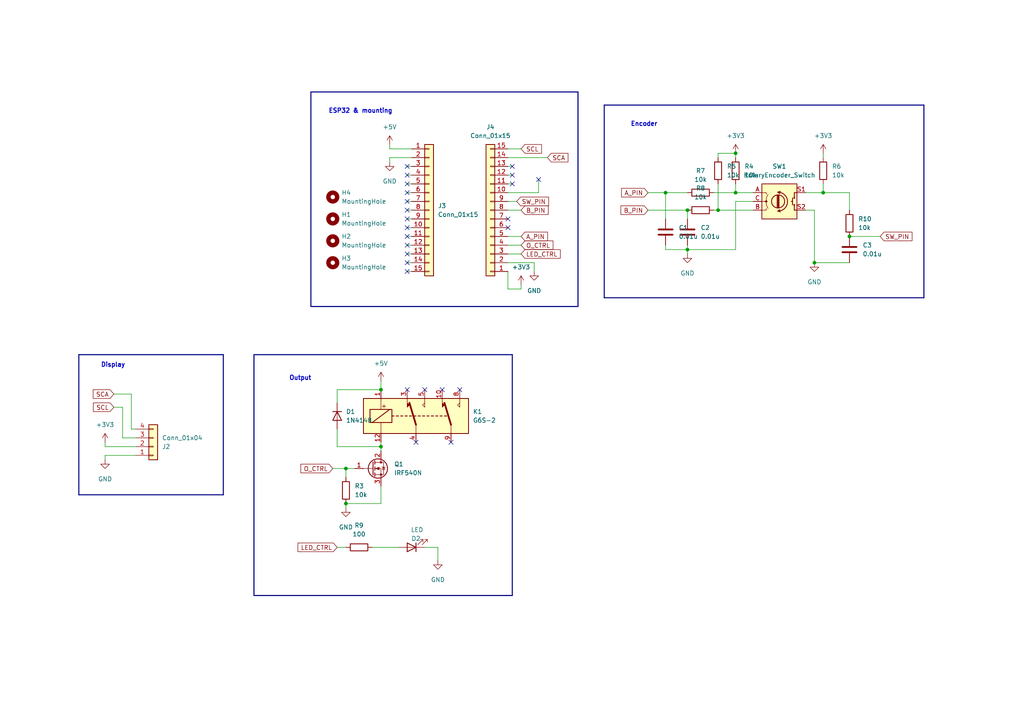
<source format=kicad_sch>
(kicad_sch (version 20211123) (generator eeschema)
  (paper "A4")
  (lib_symbols
    (symbol "Connector_Generic:Conn_01x04" (pin_names (offset 1.016) hide)
      (property "Reference" "J" (at 0 5.08 0))
      (property "Value" "Conn_01x04" (at 0 -7.62 0))
      (symbol "Conn_01x04_1_1"
        (rectangle (start -1.27 -4.953) (end 0 -5.207) (stroke (width 0.1524)))
        (rectangle (start -1.27 -2.413) (end 0 -2.667) (stroke (width 0.1524)))
        (rectangle (start -1.27 0.127) (end 0 -0.127) (stroke (width 0.1524)))
        (rectangle (start -1.27 2.667) (end 0 2.413) (stroke (width 0.1524)))
        (rectangle (start -1.27 3.81) (end 1.27 -6.35) (stroke (width 0.254)) (fill (type background)))
        (pin passive line (at -5.08 2.54 0) (length 3.81) (name "Pin_1") (number "1"))
        (pin passive line (at -5.08 0 0) (length 3.81) (name "Pin_2") (number "2"))
        (pin passive line (at -5.08 -2.54 0) (length 3.81) (name "Pin_3") (number "3"))
        (pin passive line (at -5.08 -5.08 0) (length 3.81) (name "Pin_4") (number "4"))
      )
    )
    (symbol "Connector_Generic:Conn_01x15" (pin_names (offset 1.016) hide)
      (property "Reference" "J" (at 0 20.32 0))
      (property "Value" "Conn_01x15" (at 0 -20.32 0))
      (symbol "Conn_01x15_1_1"
        (rectangle (start -1.27 -17.653) (end 0 -17.907) (stroke (width 0.1524)))
        (rectangle (start -1.27 -15.113) (end 0 -15.367) (stroke (width 0.1524)))
        (rectangle (start -1.27 -12.573) (end 0 -12.827) (stroke (width 0.1524)))
        (rectangle (start -1.27 -10.033) (end 0 -10.287) (stroke (width 0.1524)))
        (rectangle (start -1.27 -7.493) (end 0 -7.747) (stroke (width 0.1524)))
        (rectangle (start -1.27 -4.953) (end 0 -5.207) (stroke (width 0.1524)))
        (rectangle (start -1.27 -2.413) (end 0 -2.667) (stroke (width 0.1524)))
        (rectangle (start -1.27 0.127) (end 0 -0.127) (stroke (width 0.1524)))
        (rectangle (start -1.27 2.667) (end 0 2.413) (stroke (width 0.1524)))
        (rectangle (start -1.27 5.207) (end 0 4.953) (stroke (width 0.1524)))
        (rectangle (start -1.27 7.747) (end 0 7.493) (stroke (width 0.1524)))
        (rectangle (start -1.27 10.287) (end 0 10.033) (stroke (width 0.1524)))
        (rectangle (start -1.27 12.827) (end 0 12.573) (stroke (width 0.1524)))
        (rectangle (start -1.27 15.367) (end 0 15.113) (stroke (width 0.1524)))
        (rectangle (start -1.27 17.907) (end 0 17.653) (stroke (width 0.1524)))
        (rectangle (start -1.27 19.05) (end 1.27 -19.05) (stroke (width 0.254)) (fill (type background)))
        (pin passive line (at -5.08 17.78 0) (length 3.81) (name "Pin_1") (number "1"))
        (pin passive line (at -5.08 -5.08 0) (length 3.81) (name "Pin_10") (number "10"))
        (pin passive line (at -5.08 -7.62 0) (length 3.81) (name "Pin_11") (number "11"))
        (pin passive line (at -5.08 -10.16 0) (length 3.81) (name "Pin_12") (number "12"))
        (pin passive line (at -5.08 -12.7 0) (length 3.81) (name "Pin_13") (number "13"))
        (pin passive line (at -5.08 -15.24 0) (length 3.81) (name "Pin_14") (number "14"))
        (pin passive line (at -5.08 -17.78 0) (length 3.81) (name "Pin_15") (number "15"))
        (pin passive line (at -5.08 15.24 0) (length 3.81) (name "Pin_2") (number "2"))
        (pin passive line (at -5.08 12.7 0) (length 3.81) (name "Pin_3") (number "3"))
        (pin passive line (at -5.08 10.16 0) (length 3.81) (name "Pin_4") (number "4"))
        (pin passive line (at -5.08 7.62 0) (length 3.81) (name "Pin_5") (number "5"))
        (pin passive line (at -5.08 5.08 0) (length 3.81) (name "Pin_6") (number "6"))
        (pin passive line (at -5.08 2.54 0) (length 3.81) (name "Pin_7") (number "7"))
        (pin passive line (at -5.08 0 0) (length 3.81) (name "Pin_8") (number "8"))
        (pin passive line (at -5.08 -2.54 0) (length 3.81) (name "Pin_9") (number "9"))
      )
    )
    (symbol "Device:C" (pin_numbers hide) (pin_names (offset 0.254))
      (property "Reference" "C" (at 0.635 2.54 0))
      (property "Value" "C" (at 0.635 -2.54 0))
      (symbol "C_0_1"
        (polyline (pts (xy -2.032 -0.762) (xy 2.032 -0.762)) (stroke (width 0.508)))
        (polyline (pts (xy -2.032 0.762) (xy 2.032 0.762)) (stroke (width 0.508)))
      )
      (symbol "C_1_1"
        (pin passive line (at 0 3.81 270) (length 2.794) (name "~") (number "1"))
        (pin passive line (at 0 -3.81 90) (length 2.794) (name "~") (number "2"))
      )
    )
    (symbol "Device:LED" (pin_numbers hide) (pin_names (offset 1.016) hide)
      (property "Reference" "D" (at 0 2.54 0))
      (property "Value" "LED" (at 0 -2.54 0))
      (symbol "LED_0_1"
        (polyline (pts (xy -1.27 -1.27) (xy -1.27 1.27)) (stroke (width 0.254)))
        (polyline (pts (xy -1.27 0) (xy 1.27 0)))
        (polyline (pts (xy 1.27 -1.27) (xy 1.27 1.27) (xy -1.27 0) (xy 1.27 -1.27)) (stroke (width 0.254)))
        (polyline (pts (xy -3.048 -0.762) (xy -4.572 -2.286) (xy -3.81 -2.286) (xy -4.572 -2.286) (xy -4.572 -1.524)))
        (polyline (pts (xy -1.778 -0.762) (xy -3.302 -2.286) (xy -2.54 -2.286) (xy -3.302 -2.286) (xy -3.302 -1.524)))
      )
      (symbol "LED_1_1"
        (pin passive line (at -3.81 0 0) (length 2.54) (name "K") (number "1"))
        (pin passive line (at 3.81 0 180) (length 2.54) (name "A") (number "2"))
      )
    )
    (symbol "Device:R" (pin_numbers hide) (pin_names (offset 0))
      (property "Reference" "R" (at 2.032 0 90))
      (property "Value" "R" (at 0 0 90))
      (symbol "R_0_1"
        (rectangle (start -1.016 -2.54) (end 1.016 2.54) (stroke (width 0.254)))
      )
      (symbol "R_1_1"
        (pin passive line (at 0 3.81 270) (length 1.27) (name "~") (number "1"))
        (pin passive line (at 0 -3.81 90) (length 1.27) (name "~") (number "2"))
      )
    )
    (symbol "Device:RotaryEncoder_Switch" (pin_names (offset 0.254) hide)
      (property "Reference" "SW" (at 0 6.604 0))
      (property "Value" "RotaryEncoder_Switch" (at 0 -6.604 0))
      (symbol "RotaryEncoder_Switch_0_1"
        (rectangle (start -5.08 5.08) (end 5.08 -5.08) (stroke (width 0.254)) (fill (type background)))
        (circle (center -3.81 0) (radius 0.254) (fill (type outline)))
        (arc (start -0.381 -2.794) (mid 2.3622 -0.0508) (end -0.381 2.667) (stroke (width 0.254)))
        (circle (center -0.381 0) (radius 1.905) (stroke (width 0.254)))
        (polyline (pts (xy -0.635 -1.778) (xy -0.635 1.778)) (stroke (width 0.254)))
        (polyline (pts (xy -0.381 -1.778) (xy -0.381 1.778)) (stroke (width 0.254)))
        (polyline (pts (xy -0.127 1.778) (xy -0.127 -1.778)) (stroke (width 0.254)))
        (polyline (pts (xy 3.81 0) (xy 3.429 0)) (stroke (width 0.254)))
        (polyline (pts (xy 3.81 1.016) (xy 3.81 -1.016)) (stroke (width 0.254)))
        (polyline (pts (xy -5.08 -2.54) (xy -3.81 -2.54) (xy -3.81 -2.032)))
        (polyline (pts (xy -5.08 2.54) (xy -3.81 2.54) (xy -3.81 2.032)))
        (polyline (pts (xy 0.254 -3.048) (xy -0.508 -2.794) (xy 0.127 -2.413)) (stroke (width 0.254)))
        (polyline (pts (xy 0.254 2.921) (xy -0.508 2.667) (xy 0.127 2.286)) (stroke (width 0.254)))
        (polyline (pts (xy 5.08 -2.54) (xy 4.318 -2.54) (xy 4.318 -1.016)) (stroke (width 0.254)))
        (polyline (pts (xy 5.08 2.54) (xy 4.318 2.54) (xy 4.318 1.016)) (stroke (width 0.254)))
        (polyline (pts (xy -5.08 0) (xy -3.81 0) (xy -3.81 -1.016) (xy -3.302 -2.032)))
        (polyline (pts (xy -4.318 0) (xy -3.81 0) (xy -3.81 1.016) (xy -3.302 2.032)))
        (circle (center 4.318 -1.016) (radius 0.127) (stroke (width 0.254)))
        (circle (center 4.318 1.016) (radius 0.127) (stroke (width 0.254)))
      )
      (symbol "RotaryEncoder_Switch_1_1"
        (pin passive line (at -7.62 2.54 0) (length 2.54) (name "A") (number "A"))
        (pin passive line (at -7.62 -2.54 0) (length 2.54) (name "B") (number "B"))
        (pin passive line (at -7.62 0 0) (length 2.54) (name "C") (number "C"))
        (pin passive line (at 7.62 2.54 180) (length 2.54) (name "S1") (number "S1"))
        (pin passive line (at 7.62 -2.54 180) (length 2.54) (name "S2") (number "S2"))
      )
    )
    (symbol "Diode:1N4148" (pin_numbers hide) (pin_names (offset 1.016) hide)
      (property "Reference" "D" (at 0 2.54 0))
      (property "Value" "1N4148" (at 0 -2.54 0))
      (symbol "1N4148_0_1"
        (polyline (pts (xy -1.27 1.27) (xy -1.27 -1.27)) (stroke (width 0.254)))
        (polyline (pts (xy 1.27 0) (xy -1.27 0)))
        (polyline (pts (xy 1.27 1.27) (xy 1.27 -1.27) (xy -1.27 0) (xy 1.27 1.27)) (stroke (width 0.254)))
      )
      (symbol "1N4148_1_1"
        (pin passive line (at -3.81 0 0) (length 2.54) (name "K") (number "1"))
        (pin passive line (at 3.81 0 180) (length 2.54) (name "A") (number "2"))
      )
    )
    (symbol "Mechanical:MountingHole" (pin_names (offset 1.016))
      (property "Reference" "H" (at 0 5.08 0))
      (property "Value" "MountingHole" (at 0 3.175 0))
      (symbol "MountingHole_0_1"
        (circle (center 0 0) (radius 1.27) (stroke (width 1.27)))
      )
    )
    (symbol "Relay:G6S-2"
      (property "Reference" "K" (at 16.51 3.81 0))
      (property "Value" "G6S-2" (at 16.51 1.27 0))
      (symbol "G6S-2_0_0"
        (text "+" (at -9.271 2.921 0) (effects (font (size 1.27 1.27))))
      )
      (symbol "G6S-2_0_1"
        (rectangle (start -15.24 5.08) (end 15.24 -5.08) (stroke (width 0.254)) (fill (type background)))
        (rectangle (start -13.335 1.905) (end -6.985 -1.905) (stroke (width 0.254)))
        (polyline (pts (xy -12.7 -1.905) (xy -7.62 1.905)) (stroke (width 0.254)))
        (polyline (pts (xy -10.16 -5.08) (xy -10.16 -1.905)))
        (polyline (pts (xy -10.16 5.08) (xy -10.16 1.905)))
        (polyline (pts (xy -6.985 0) (xy -6.35 0)) (stroke (width 0.254)))
        (polyline (pts (xy -5.715 0) (xy -5.08 0)) (stroke (width 0.254)))
        (polyline (pts (xy -4.445 0) (xy -3.81 0)) (stroke (width 0.254)))
        (polyline (pts (xy -3.175 0) (xy -2.54 0)) (stroke (width 0.254)))
        (polyline (pts (xy -1.905 0) (xy -1.27 0)) (stroke (width 0.254)))
        (polyline (pts (xy -0.635 0) (xy 0 0)) (stroke (width 0.254)))
        (polyline (pts (xy 0 -2.54) (xy -1.905 3.81)) (stroke (width 0.508)))
        (polyline (pts (xy 0 -2.54) (xy 0 -5.08)))
        (polyline (pts (xy 0.635 0) (xy 1.27 0)) (stroke (width 0.254)))
        (polyline (pts (xy 1.905 0) (xy 2.54 0)) (stroke (width 0.254)))
        (polyline (pts (xy 3.175 0) (xy 3.81 0)) (stroke (width 0.254)))
        (polyline (pts (xy 4.445 0) (xy 5.08 0)) (stroke (width 0.254)))
        (polyline (pts (xy 5.715 0) (xy 6.35 0)) (stroke (width 0.254)))
        (polyline (pts (xy 6.985 0) (xy 7.62 0)) (stroke (width 0.254)))
        (polyline (pts (xy 8.255 0) (xy 8.89 0)) (stroke (width 0.254)))
        (polyline (pts (xy 10.16 -2.54) (xy 8.255 3.81)) (stroke (width 0.508)))
        (polyline (pts (xy 10.16 -2.54) (xy 10.16 -5.08)))
        (polyline (pts (xy -2.54 5.08) (xy -2.54 2.54) (xy -1.905 3.175) (xy -2.54 3.81)) (fill (type outline)))
        (polyline (pts (xy 2.54 5.08) (xy 2.54 2.54) (xy 1.905 3.175) (xy 2.54 3.81)))
        (polyline (pts (xy 7.62 5.08) (xy 7.62 2.54) (xy 8.255 3.175) (xy 7.62 3.81)) (fill (type outline)))
        (polyline (pts (xy 12.7 5.08) (xy 12.7 2.54) (xy 12.065 3.175) (xy 12.7 3.81)))
      )
      (symbol "G6S-2_1_1"
        (pin passive line (at -10.16 7.62 270) (length 2.54) (name "~") (number "1"))
        (pin passive line (at 7.62 7.62 270) (length 2.54) (name "~") (number "10"))
        (pin passive line (at -10.16 -7.62 90) (length 2.54) (name "~") (number "12"))
        (pin passive line (at -2.54 7.62 270) (length 2.54) (name "~") (number "3"))
        (pin passive line (at 0 -7.62 90) (length 2.54) (name "~") (number "4"))
        (pin passive line (at 2.54 7.62 270) (length 2.54) (name "~") (number "5"))
        (pin passive line (at 12.7 7.62 270) (length 2.54) (name "~") (number "8"))
        (pin passive line (at 10.16 -7.62 90) (length 2.54) (name "~") (number "9"))
      )
    )
    (symbol "Transistor_FET:IRF540N" (pin_names hide)
      (property "Reference" "Q" (at 6.35 1.905 0))
      (property "Value" "IRF540N" (at 6.35 0 0))
      (symbol "IRF540N_0_1"
        (polyline (pts (xy 0.254 0) (xy -2.54 0)))
        (polyline (pts (xy 0.254 1.905) (xy 0.254 -1.905)) (stroke (width 0.254)))
        (polyline (pts (xy 0.762 -1.27) (xy 0.762 -2.286)) (stroke (width 0.254)))
        (polyline (pts (xy 0.762 0.508) (xy 0.762 -0.508)) (stroke (width 0.254)))
        (polyline (pts (xy 0.762 2.286) (xy 0.762 1.27)) (stroke (width 0.254)))
        (polyline (pts (xy 2.54 2.54) (xy 2.54 1.778)))
        (polyline (pts (xy 2.54 -2.54) (xy 2.54 0) (xy 0.762 0)))
        (polyline (pts (xy 0.762 -1.778) (xy 3.302 -1.778) (xy 3.302 1.778) (xy 0.762 1.778)))
        (polyline (pts (xy 1.016 0) (xy 2.032 0.381) (xy 2.032 -0.381) (xy 1.016 0)) (fill (type outline)))
        (polyline (pts (xy 2.794 0.508) (xy 2.921 0.381) (xy 3.683 0.381) (xy 3.81 0.254)))
        (polyline (pts (xy 3.302 0.381) (xy 2.921 -0.254) (xy 3.683 -0.254) (xy 3.302 0.381)))
        (circle (center 1.651 0) (radius 2.794) (stroke (width 0.254)))
        (circle (center 2.54 -1.778) (radius 0.254) (fill (type outline)))
        (circle (center 2.54 1.778) (radius 0.254) (fill (type outline)))
      )
      (symbol "IRF540N_1_1"
        (pin input line (at -5.08 0 0) (length 2.54) (name "G") (number "1"))
        (pin passive line (at 2.54 5.08 270) (length 2.54) (name "D") (number "2"))
        (pin passive line (at 2.54 -5.08 90) (length 2.54) (name "S") (number "3"))
      )
    )
    (symbol "power:+3V3" (power) (pin_names (offset 0))
      (property "Value" "+3V3" (at 0 3.556 0))
      (symbol "+3V3_0_1"
        (polyline (pts (xy -0.762 1.27) (xy 0 2.54)))
        (polyline (pts (xy 0 0) (xy 0 2.54)))
        (polyline (pts (xy 0 2.54) (xy 0.762 1.27)))
      )
      (symbol "+3V3_1_1"
        (pin power_in line (at 0 0 90) (length 0) hide (name "+3V3") (number "1"))
      )
    )
    (symbol "power:+5V" (power) (pin_names (offset 0))
      (property "Value" "+5V" (at 0 3.556 0))
      (symbol "+5V_0_1"
        (polyline (pts (xy -0.762 1.27) (xy 0 2.54)))
        (polyline (pts (xy 0 0) (xy 0 2.54)))
        (polyline (pts (xy 0 2.54) (xy 0.762 1.27)))
      )
      (symbol "+5V_1_1"
        (pin power_in line (at 0 0 90) (length 0) hide (name "+5V") (number "1"))
      )
    )
    (symbol "power:GND" (power) (pin_names (offset 0))
      (property "Value" "GND" (at 0 -3.81 0))
      (symbol "GND_0_1"
        (polyline (pts (xy 0 0) (xy 0 -1.27) (xy 1.27 -1.27) (xy 0 -2.54) (xy -1.27 -1.27) (xy 0 -1.27)))
      )
      (symbol "GND_1_1"
        (pin power_in line (at 0 0 270) (length 0) hide (name "GND") (number "1"))
      )
    )
  )
  (junction (at 199.39 60.96))
  (junction (at 238.76 55.88))
  (junction (at 213.36 44.45))
  (junction (at 199.39 72.39))
  (junction (at 110.49 129.54))
  (junction (at 100.33 146.05))
  (junction (at 236.22 76.2))
  (junction (at 110.49 113.03))
  (junction (at 213.36 55.88))
  (junction (at 246.38 68.58))
  (junction (at 100.33 135.89))
  (junction (at 193.04 55.88))
  (junction (at 208.28 60.96))
  (no_connect (at 118.11 78.74))
  (no_connect (at 118.11 73.66))
  (no_connect (at 118.11 76.2))
  (no_connect (at 118.11 58.42))
  (no_connect (at 118.11 66.04))
  (no_connect (at 118.11 60.96))
  (no_connect (at 118.11 68.58))
  (no_connect (at 118.11 55.88))
  (no_connect (at 118.11 63.5))
  (no_connect (at 118.11 50.8))
  (no_connect (at 118.11 48.26))
  (no_connect (at 118.11 53.34))
  (no_connect (at 118.11 71.12))
  (no_connect (at 130.81 128.27))
  (no_connect (at 147.32 66.04))
  (no_connect (at 133.35 113.03))
  (no_connect (at 128.27 113.03))
  (no_connect (at 123.19 113.03))
  (no_connect (at 118.11 113.03))
  (no_connect (at 156.21 52.07))
  (no_connect (at 120.65 128.27))
  (no_connect (at 148.59 53.34))
  (no_connect (at 148.59 50.8))
  (no_connect (at 148.59 48.26))
  (no_connect (at 147.32 63.5))
  (bus (pts (xy 175.26 30.48) (xy 175.26 86.36)))
  (bus (pts (xy 22.86 143.51) (xy 64.77 143.51)))
  (wire (pts (xy 147.32 71.12) (xy 151.13 71.12)))
  (wire (pts (xy 147.32 50.8) (xy 148.59 50.8)))
  (wire (pts (xy 208.28 60.96) (xy 218.44 60.96)))
  (wire (pts (xy 147.32 43.18) (xy 151.13 43.18)))
  (wire (pts (xy 236.22 76.2) (xy 246.38 76.2)))
  (wire (pts (xy 147.32 78.74) (xy 147.32 83.82)))
  (wire (pts (xy 193.04 55.88) (xy 199.39 55.88)))
  (wire (pts (xy 35.56 118.11) (xy 35.56 127)))
  (wire (pts (xy 113.03 45.72) (xy 119.38 45.72)))
  (wire (pts (xy 97.79 124.46) (xy 97.79 129.54)))
  (wire (pts (xy 30.48 129.54) (xy 39.37 129.54)))
  (wire (pts (xy 110.49 140.97) (xy 110.49 146.05)))
  (wire (pts (xy 118.11 73.66) (xy 119.38 73.66)))
  (bus (pts (xy 73.66 102.87) (xy 73.66 172.72)))
  (wire (pts (xy 147.32 48.26) (xy 148.59 48.26)))
  (wire (pts (xy 33.02 118.11) (xy 35.56 118.11)))
  (wire (pts (xy 30.48 132.08) (xy 30.48 133.35)))
  (wire (pts (xy 208.28 53.34) (xy 208.28 60.96)))
  (wire (pts (xy 147.32 68.58) (xy 151.13 68.58)))
  (wire (pts (xy 118.11 50.8) (xy 119.38 50.8)))
  (wire (pts (xy 199.39 72.39) (xy 213.36 72.39)))
  (bus (pts (xy 90.17 26.67) (xy 90.17 88.9)))
  (wire (pts (xy 187.96 60.96) (xy 199.39 60.96)))
  (wire (pts (xy 233.68 55.88) (xy 238.76 55.88)))
  (wire (pts (xy 118.11 76.2) (xy 119.38 76.2)))
  (wire (pts (xy 207.01 55.88) (xy 213.36 55.88)))
  (wire (pts (xy 30.48 128.27) (xy 30.48 129.54)))
  (wire (pts (xy 118.11 60.96) (xy 119.38 60.96)))
  (bus (pts (xy 22.86 102.87) (xy 22.86 143.51)))
  (bus (pts (xy 175.26 86.36) (xy 267.97 86.36)))
  (bus (pts (xy 64.77 143.51) (xy 64.77 102.87)))
  (wire (pts (xy 100.33 146.05) (xy 100.33 147.32)))
  (wire (pts (xy 97.79 113.03) (xy 97.79 116.84)))
  (bus (pts (xy 148.59 172.72) (xy 148.59 102.87)))
  (bus (pts (xy 167.64 88.9) (xy 167.64 26.67)))
  (wire (pts (xy 207.01 60.96) (xy 208.28 60.96)))
  (wire (pts (xy 118.11 55.88) (xy 119.38 55.88)))
  (wire (pts (xy 154.94 76.2) (xy 154.94 78.74)))
  (wire (pts (xy 236.22 60.96) (xy 233.68 60.96)))
  (wire (pts (xy 118.11 48.26) (xy 119.38 48.26)))
  (wire (pts (xy 118.11 78.74) (xy 119.38 78.74)))
  (wire (pts (xy 236.22 60.96) (xy 236.22 76.2)))
  (wire (pts (xy 110.49 110.49) (xy 110.49 113.03)))
  (wire (pts (xy 97.79 158.75) (xy 100.33 158.75)))
  (wire (pts (xy 147.32 55.88) (xy 156.21 55.88)))
  (wire (pts (xy 38.1 124.46) (xy 38.1 114.3)))
  (wire (pts (xy 156.21 52.07) (xy 156.21 55.88)))
  (wire (pts (xy 147.32 73.66) (xy 151.13 73.66)))
  (wire (pts (xy 199.39 72.39) (xy 199.39 73.66)))
  (wire (pts (xy 147.32 58.42) (xy 149.86 58.42)))
  (bus (pts (xy 267.97 86.36) (xy 267.97 30.48)))
  (wire (pts (xy 100.33 135.89) (xy 102.87 135.89)))
  (wire (pts (xy 199.39 60.96) (xy 199.39 63.5)))
  (wire (pts (xy 147.32 60.96) (xy 151.13 60.96)))
  (wire (pts (xy 238.76 44.45) (xy 238.76 45.72)))
  (wire (pts (xy 127 158.75) (xy 127 162.56)))
  (wire (pts (xy 96.52 135.89) (xy 100.33 135.89)))
  (wire (pts (xy 213.36 72.39) (xy 213.36 58.42)))
  (wire (pts (xy 199.39 71.12) (xy 199.39 72.39)))
  (wire (pts (xy 246.38 68.58) (xy 255.27 68.58)))
  (wire (pts (xy 118.11 71.12) (xy 119.38 71.12)))
  (bus (pts (xy 90.17 88.9) (xy 167.64 88.9)))
  (wire (pts (xy 107.95 158.75) (xy 115.57 158.75)))
  (wire (pts (xy 238.76 53.34) (xy 238.76 55.88)))
  (wire (pts (xy 246.38 55.88) (xy 246.38 60.96)))
  (wire (pts (xy 113.03 43.18) (xy 119.38 43.18)))
  (wire (pts (xy 147.32 76.2) (xy 154.94 76.2)))
  (wire (pts (xy 213.36 53.34) (xy 213.36 55.88)))
  (wire (pts (xy 110.49 128.27) (xy 110.49 129.54)))
  (wire (pts (xy 35.56 127) (xy 39.37 127)))
  (wire (pts (xy 151.13 83.82) (xy 151.13 82.55)))
  (wire (pts (xy 118.11 63.5) (xy 119.38 63.5)))
  (bus (pts (xy 90.17 26.67) (xy 167.64 26.67)))
  (wire (pts (xy 193.04 72.39) (xy 199.39 72.39)))
  (wire (pts (xy 118.11 66.04) (xy 119.38 66.04)))
  (wire (pts (xy 113.03 41.91) (xy 113.03 43.18)))
  (wire (pts (xy 118.11 53.34) (xy 119.38 53.34)))
  (wire (pts (xy 147.32 45.72) (xy 158.75 45.72)))
  (bus (pts (xy 73.66 172.72) (xy 148.59 172.72)))
  (wire (pts (xy 100.33 135.89) (xy 100.33 138.43)))
  (wire (pts (xy 208.28 44.45) (xy 213.36 44.45)))
  (wire (pts (xy 213.36 44.45) (xy 213.36 45.72)))
  (wire (pts (xy 30.48 132.08) (xy 39.37 132.08)))
  (wire (pts (xy 38.1 114.3) (xy 33.02 114.3)))
  (bus (pts (xy 22.86 102.87) (xy 64.77 102.87)))
  (wire (pts (xy 193.04 71.12) (xy 193.04 72.39)))
  (bus (pts (xy 175.26 30.48) (xy 267.97 30.48)))
  (wire (pts (xy 118.11 68.58) (xy 119.38 68.58)))
  (wire (pts (xy 238.76 55.88) (xy 246.38 55.88)))
  (wire (pts (xy 187.96 55.88) (xy 193.04 55.88)))
  (bus (pts (xy 73.66 102.87) (xy 148.59 102.87)))
  (wire (pts (xy 193.04 55.88) (xy 193.04 63.5)))
  (wire (pts (xy 147.32 53.34) (xy 148.59 53.34)))
  (wire (pts (xy 208.28 45.72) (xy 208.28 44.45)))
  (wire (pts (xy 147.32 83.82) (xy 151.13 83.82)))
  (wire (pts (xy 97.79 129.54) (xy 110.49 129.54)))
  (wire (pts (xy 118.11 58.42) (xy 119.38 58.42)))
  (wire (pts (xy 113.03 45.72) (xy 113.03 46.99)))
  (wire (pts (xy 123.19 158.75) (xy 127 158.75)))
  (wire (pts (xy 110.49 146.05) (xy 100.33 146.05)))
  (wire (pts (xy 97.79 113.03) (xy 110.49 113.03)))
  (wire (pts (xy 39.37 124.46) (xy 38.1 124.46)))
  (wire (pts (xy 213.36 58.42) (xy 218.44 58.42)))
  (wire (pts (xy 213.36 55.88) (xy 218.44 55.88)))
  (wire (pts (xy 110.49 129.54) (xy 110.49 130.81)))
  (text "Display" (at 29.21 106.68 0) (effects (font (size 1.27 1.27) (thickness 0.254) bold) (justify left bottom)))
  (text "Output" (at 83.82 110.49 0) (effects (font (size 1.27 1.27) (thickness 0.254) bold) (justify left bottom)))
  (text "ESP32 & mounting" (at 95.25 33.02 0) (effects (font (size 1.27 1.27) (thickness 0.254) bold) (justify left bottom)))
  (text "Encoder" (at 182.88 36.83 0) (effects (font (size 1.27 1.27) (thickness 0.254) bold) (justify left bottom)))
  (global_label "O_CTRL" (shape input) (at 96.52 135.89 180) (property "Intersheet References" "${INTERSHEET_REFS}" (effects hide)))
  (global_label "SCA" (shape input) (at 33.02 114.3 180) (property "Intersheet References" "${INTERSHEET_REFS}" (effects hide)))
  (global_label "LED_CTRL" (shape input) (at 151.13 73.66 0) (property "Intersheet References" "${INTERSHEET_REFS}" (effects hide)))
  (global_label "A_PIN" (shape input) (at 187.96 55.88 180) (property "Intersheet References" "${INTERSHEET_REFS}" (effects hide)))
  (global_label "A_PIN" (shape input) (at 151.13 68.58 0) (property "Intersheet References" "${INTERSHEET_REFS}" (effects hide)))
  (global_label "LED_CTRL" (shape input) (at 97.79 158.75 180) (property "Intersheet References" "${INTERSHEET_REFS}" (effects hide)))
  (global_label "SCL" (shape input) (at 151.13 43.18 0) (property "Intersheet References" "${INTERSHEET_REFS}" (effects hide)))
  (global_label "SCA" (shape input) (at 158.75 45.72 0) (property "Intersheet References" "${INTERSHEET_REFS}" (effects hide)))
  (global_label "O_CTRL" (shape input) (at 151.13 71.12 0) (property "Intersheet References" "${INTERSHEET_REFS}" (effects hide)))
  (global_label "B_PIN" (shape input) (at 151.13 60.96 0) (property "Intersheet References" "${INTERSHEET_REFS}" (effects hide)))
  (global_label "SW_PIN" (shape input) (at 255.27 68.58 0) (property "Intersheet References" "${INTERSHEET_REFS}" (effects hide)))
  (global_label "SCL" (shape input) (at 33.02 118.11 180) (property "Intersheet References" "${INTERSHEET_REFS}" (effects hide)))
  (global_label "SW_PIN" (shape input) (at 149.86 58.42 0) (property "Intersheet References" "${INTERSHEET_REFS}" (effects hide)))
  (global_label "B_PIN" (shape input) (at 187.96 60.96 180) (property "Intersheet References" "${INTERSHEET_REFS}" (effects hide)))
  (symbol (lib_id "Device:R") (at 203.2 60.96 270) (unit 1)
    (property "Reference" "R8" (at 203.2 54.61 90))
    (property "Value" "10k" (at 203.2 57.15 90))
    (property "Footprint" "Resistor_THT:R_Axial_DIN0207_L6.3mm_D2.5mm_P2.54mm_Vertical" (effects hide))
  )
  (symbol (lib_id "Mechanical:MountingHole") (at 96.52 63.5 0) (unit 1)
    (property "Reference" "H1" (at 99.06 62.2299 0) (effects (justify left)))
    (property "Value" "MountingHole" (at 99.06 64.7699 0) (effects (justify left)))
    (property "Footprint" "MountingHole:MountingHole_3.2mm_M3_ISO7380" (effects hide))
  )
  (symbol (lib_id "power:GND") (at 30.48 133.35 0) (unit 1)
    (property "Reference" "#PWR0103" (effects hide))
    (property "Value" "GND" (at 30.48 138.938 0))
  )
  (symbol (lib_id "Device:R") (at 246.38 64.77 180) (unit 1)
    (property "Reference" "R10" (at 248.92 63.4999 0) (effects (justify right)))
    (property "Value" "10k" (at 248.92 66.0399 0) (effects (justify right)))
    (property "Footprint" "Resistor_THT:R_Axial_DIN0207_L6.3mm_D2.5mm_P2.54mm_Vertical" (effects hide))
  )
  (symbol (lib_id "power:GND") (at 100.33 147.32 0) (unit 1)
    (property "Reference" "#PWR0110" (effects hide))
    (property "Value" "GND" (at 100.33 152.908 0))
  )
  (symbol (lib_id "Relay:G6S-2") (at 120.65 120.65 0) (unit 1)
    (property "Reference" "K1" (at 137.16 119.3799 0) (effects (justify left)))
    (property "Value" "G6S-2" (at 137.16 121.9199 0) (effects (justify left)))
    (property "Footprint" "Relay_THT:Relay_DPDT_Omron_G6S-2" (effects hide))
    (property "Datasheet" "http://omronfs.omron.com/en_US/ecb/products/pdf/en-g6s.pdf" (effects hide))
  )
  (symbol (lib_id "power:+5V") (at 113.03 41.91 0) (unit 1)
    (property "Reference" "#PWR0105" (effects hide))
    (property "Value" "+5V" (at 113.03 36.83 0))
  )
  (symbol (lib_id "Device:R") (at 238.76 49.53 180) (unit 1)
    (property "Reference" "R6" (at 241.3 48.2599 0) (effects (justify right)))
    (property "Value" "10k" (at 241.3 50.7999 0) (effects (justify right)))
    (property "Footprint" "Resistor_THT:R_Axial_DIN0207_L6.3mm_D2.5mm_P2.54mm_Vertical" (effects hide))
  )
  (symbol (lib_id "power:+3V3") (at 213.36 44.45 0) (unit 1)
    (property "Reference" "#PWR0113" (effects hide))
    (property "Value" "+3V3" (at 213.36 39.37 0))
  )
  (symbol (lib_id "power:+5V") (at 110.49 110.49 0) (unit 1)
    (property "Reference" "#PWR0109" (effects hide))
    (property "Value" "+5V" (at 110.49 105.41 0))
  )
  (symbol (lib_id "power:+3V3") (at 238.76 44.45 0) (unit 1)
    (property "Reference" "#PWR0114" (effects hide))
    (property "Value" "+3V3" (at 238.76 39.37 0))
  )
  (symbol (lib_id "Connector_Generic:Conn_01x04") (at 44.45 129.54 0) (mirror x) (unit 1)
    (property "Reference" "J2" (at 46.99 129.5401 0) (effects (justify left)))
    (property "Value" "Conn_01x04" (at 46.99 127.0001 0) (effects (justify left)))
    (property "Footprint" "Connector_PinHeader_2.54mm:PinHeader_1x04_P2.54mm_Vertical" (effects hide))
  )
  (symbol (lib_id "Device:C") (at 193.04 67.31 0) (unit 1)
    (property "Reference" "C1" (at 196.85 66.0399 0) (effects (justify left)))
    (property "Value" "0.01u" (at 196.85 68.5799 0) (effects (justify left)))
    (property "Footprint" "Capacitor_THT:C_Disc_D5.0mm_W2.5mm_P5.00mm" (effects hide))
  )
  (symbol (lib_id "Device:R") (at 203.2 55.88 270) (unit 1)
    (property "Reference" "R7" (at 203.2 49.53 90))
    (property "Value" "10k" (at 203.2 52.07 90))
    (property "Footprint" "Resistor_THT:R_Axial_DIN0207_L6.3mm_D2.5mm_P2.54mm_Vertical" (effects hide))
  )
  (symbol (lib_id "power:GND") (at 154.94 78.74 0) (unit 1)
    (property "Reference" "#PWR0108" (effects hide))
    (property "Value" "GND" (at 154.94 84.328 0))
  )
  (symbol (lib_id "Diode:1N4148") (at 97.79 120.65 270) (unit 1)
    (property "Reference" "D1" (at 100.33 119.3799 90) (effects (justify left)))
    (property "Value" "1N4148" (at 100.33 121.9199 90) (effects (justify left)))
    (property "Footprint" "Diode_THT:D_DO-35_SOD27_P7.62mm_Horizontal" (effects hide))
    (property "Datasheet" "https://assets.nexperia.com/documents/data-sheet/1N4148_1N4448.pdf" (effects hide))
  )
  (symbol (lib_id "Device:LED") (at 119.38 158.75 180) (unit 1)
    (property "Reference" "D2" (at 120.65 156.21 0))
    (property "Value" "LED" (at 120.9675 153.67 0))
    (property "Footprint" "LED_THT:LED_D3.0mm" (effects hide))
  )
  (symbol (lib_id "Device:RotaryEncoder_Switch") (at 226.06 58.42 0) (unit 1)
    (property "Reference" "SW1" (at 226.06 48.26 0))
    (property "Value" "RotaryEncoder_Switch" (at 226.06 50.8 0))
    (property "Footprint" "Rotary_Encoder:RotaryEncoder_Alps_EC11E-Switch_Vertical_H20mm" (effects hide))
  )
  (symbol (lib_id "Mechanical:MountingHole") (at 96.52 57.15 0) (unit 1)
    (property "Reference" "H4" (at 99.06 55.8799 0) (effects (justify left)))
    (property "Value" "MountingHole" (at 99.06 58.4199 0) (effects (justify left)))
    (property "Footprint" "MountingHole:MountingHole_3.2mm_M3_ISO7380" (effects hide))
  )
  (symbol (lib_id "Mechanical:MountingHole") (at 96.52 76.2 0) (unit 1)
    (property "Reference" "H3" (at 99.06 74.9299 0) (effects (justify left)))
    (property "Value" "MountingHole" (at 99.06 77.4699 0) (effects (justify left)))
    (property "Footprint" "MountingHole:MountingHole_3.2mm_M3_ISO7380" (effects hide))
  )
  (symbol (lib_id "Device:C") (at 199.39 67.31 0) (unit 1)
    (property "Reference" "C2" (at 203.2 66.0399 0) (effects (justify left)))
    (property "Value" "0.01u" (at 203.2 68.5799 0) (effects (justify left)))
    (property "Footprint" "Capacitor_THT:C_Disc_D5.0mm_W2.5mm_P5.00mm" (effects hide))
  )
  (symbol (lib_id "Device:R") (at 104.14 158.75 90) (unit 1)
    (property "Reference" "R9" (at 104.14 152.4 90))
    (property "Value" "100" (at 104.14 154.94 90))
    (property "Footprint" "Resistor_THT:R_Axial_DIN0207_L6.3mm_D2.5mm_P2.54mm_Vertical" (effects hide))
  )
  (symbol (lib_id "power:GND") (at 236.22 76.2 0) (unit 1)
    (property "Reference" "#PWR0112" (effects hide))
    (property "Value" "GND" (at 236.22 81.788 0))
  )
  (symbol (lib_id "Connector_Generic:Conn_01x15") (at 124.46 60.96 0) (unit 1)
    (property "Reference" "J3" (at 127 59.6899 0) (effects (justify left)))
    (property "Value" "Conn_01x15" (at 127 62.2299 0) (effects (justify left)))
    (property "Footprint" "Connector_PinHeader_2.54mm:PinHeader_1x15_P2.54mm_Vertical" (effects hide))
  )
  (symbol (lib_id "power:GND") (at 199.39 73.66 0) (unit 1)
    (property "Reference" "#PWR0115" (effects hide))
    (property "Value" "GND" (at 199.39 79.248 0))
  )
  (symbol (lib_id "Mechanical:MountingHole") (at 96.52 69.85 0) (unit 1)
    (property "Reference" "H2" (at 99.06 68.5799 0) (effects (justify left)))
    (property "Value" "MountingHole" (at 99.06 71.1199 0) (effects (justify left)))
    (property "Footprint" "MountingHole:MountingHole_3.2mm_M3_ISO7380" (effects hide))
  )
  (symbol (lib_id "power:+3V3") (at 30.48 128.27 0) (unit 1)
    (property "Reference" "#PWR0104" (effects hide))
    (property "Value" "+3V3" (at 30.48 123.19 0))
  )
  (symbol (lib_id "Device:C") (at 246.38 72.39 0) (unit 1)
    (property "Reference" "C3" (at 250.19 71.1199 0) (effects (justify left)))
    (property "Value" "0.01u" (at 250.19 73.6599 0) (effects (justify left)))
    (property "Footprint" "Capacitor_THT:C_Disc_D5.0mm_W2.5mm_P5.00mm" (effects hide))
  )
  (symbol (lib_id "Device:R") (at 100.33 142.24 0) (unit 1)
    (property "Reference" "R3" (at 102.87 140.9699 0) (effects (justify left)))
    (property "Value" "10k" (at 102.87 143.5099 0) (effects (justify left)))
    (property "Footprint" "Resistor_THT:R_Axial_DIN0207_L6.3mm_D2.5mm_P2.54mm_Vertical" (effects hide))
  )
  (symbol (lib_id "Connector_Generic:Conn_01x15") (at 142.24 60.96 180) (unit 1)
    (property "Reference" "J4" (at 142.24 36.83 0))
    (property "Value" "Conn_01x15" (at 142.24 39.37 0))
    (property "Footprint" "Connector_PinHeader_2.54mm:PinHeader_1x15_P2.54mm_Vertical" (effects hide))
  )
  (symbol (lib_id "power:GND") (at 113.03 46.99 0) (unit 1)
    (property "Reference" "#PWR0106" (effects hide))
    (property "Value" "GND" (at 113.03 52.578 0))
  )
  (symbol (lib_id "Device:R") (at 213.36 49.53 180) (unit 1)
    (property "Reference" "R4" (at 215.9 48.2599 0) (effects (justify right)))
    (property "Value" "10k" (at 215.9 50.7999 0) (effects (justify right)))
    (property "Footprint" "Resistor_THT:R_Axial_DIN0207_L6.3mm_D2.5mm_P2.54mm_Vertical" (effects hide))
  )
  (symbol (lib_id "power:GND") (at 127 162.56 0) (unit 1)
    (property "Reference" "#PWR0111" (effects hide))
    (property "Value" "GND" (at 127 168.148 0))
  )
  (symbol (lib_id "power:+3V3") (at 151.13 82.55 0) (unit 1)
    (property "Reference" "#PWR0107" (effects hide))
    (property "Value" "+3V3" (at 151.13 77.47 0))
  )
  (symbol (lib_id "Device:R") (at 208.28 49.53 180) (unit 1)
    (property "Reference" "R5" (at 210.82 48.2599 0) (effects (justify right)))
    (property "Value" "10k" (at 210.82 50.7999 0) (effects (justify right)))
    (property "Footprint" "Resistor_THT:R_Axial_DIN0207_L6.3mm_D2.5mm_P2.54mm_Vertical" (effects hide))
  )
  (symbol (lib_id "Transistor_FET:IRF540N") (at 107.95 135.89 0) (unit 1)
    (property "Reference" "Q1" (at 114.3 134.6199 0) (effects (justify left)))
    (property "Value" "IRF540N" (at 114.3 137.1599 0) (effects (justify left)))
    (property "Footprint" "Package_TO_SOT_THT:TO-220-3_Horizontal_TabDown" (effects hide))
    (property "Datasheet" "http://www.irf.com/product-info/datasheets/data/irf540n.pdf" (effects hide))
  )
)
</source>
